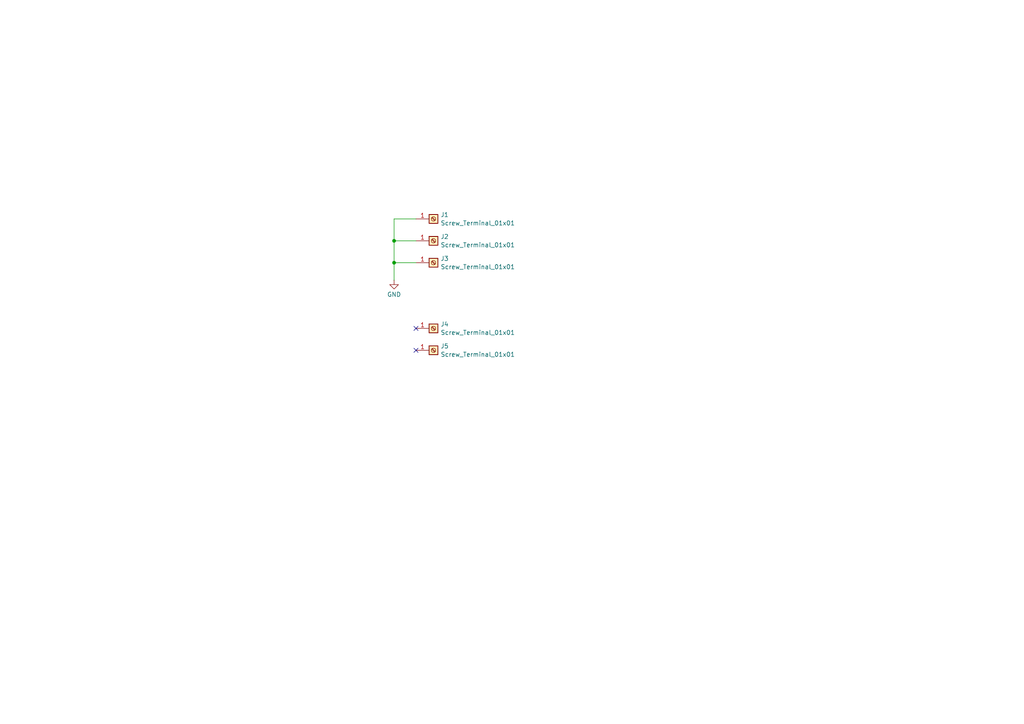
<source format=kicad_sch>
(kicad_sch (version 20231120) (generator "eeschema") (generator_version "8.0")
  (paper "A4")
  (lib_symbols
    (symbol "Connector:Screw_Terminal_01x01" (pin_names (offset 1.016) hide)
      (property "Reference" "J" (at 0 2.54 0))
      (property "Value" "Screw_Terminal_01x01" (at 0 -2.54 0))
      (symbol "Screw_Terminal_01x01_1_1"
        (rectangle (start -1.27 1.27) (end 1.27 -1.27) (stroke (width 0.254)) (fill (type background)))
        (polyline (pts (xy -0.5334 0.3302) (xy 0.3302 -0.508)) (stroke (width 0.1524)))
        (polyline (pts (xy -0.3556 0.508) (xy 0.508 -0.3302)) (stroke (width 0.1524)))
        (circle (center 0 0) (radius 0.635) (stroke (width 0.1524)))
        (pin passive line (at -5.08 0 0) (length 3.81) (name "Pin_1") (number "1"))
      )
    )
    (symbol "power:GND" (power) (pin_numbers hide) (pin_names (offset 0) hide)
      (property "Value" "GND" (at 0 -3.81 0))
      (symbol "GND_0_1"
        (polyline (pts (xy 0 0) (xy 0 -1.27) (xy 1.27 -1.27) (xy 0 -2.54) (xy -1.27 -1.27) (xy 0 -1.27)))
      )
      (symbol "GND_1_1"
        (pin power_in line (at 0 0 270) (length 0) (name "~") (number "1"))
      )
    )
  )
  (junction (at 114.3 69.85))
  (junction (at 114.3 76.2))
  (no_connect (at 120.65 101.6))
  (no_connect (at 120.65 95.25))
  (wire (pts (xy 114.3 63.5) (xy 120.65 63.5)))
  (wire (pts (xy 114.3 76.2) (xy 120.65 76.2)))
  (wire (pts (xy 114.3 76.2) (xy 114.3 69.85)))
  (wire (pts (xy 114.3 69.85) (xy 114.3 63.5)))
  (wire (pts (xy 114.3 81.28) (xy 114.3 76.2)))
  (wire (pts (xy 114.3 69.85) (xy 120.65 69.85)))
  (symbol (lib_id "Connector:Screw_Terminal_01x01") (at 125.73 101.6 0) (unit 1)
    (property "Reference" "J5" (at 127.762 100.3878 0) (effects (justify left)))
    (property "Value" "Screw_Terminal_01x01" (at 127.762 102.8121 0) (effects (justify left)))
    (property "Footprint" "Custom_FP:Wider_M3" (effects (hide yes)))
    (property "Description" "Generic screw terminal, single row, 01x01, script generated (kicad-library-utils/schlib/autogen/connector/)" (effects (hide yes)))
  )
  (symbol (lib_id "power:GND") (at 114.3 81.28 0) (unit 1)
    (property "Reference" "#PWR01" (effects (hide yes)))
    (property "Value" "GND" (at 114.3 85.4131 0))
    (property "Description" "Power symbol creates a global label with name \"GND\" , ground" (effects (hide yes)))
  )
  (symbol (lib_id "Connector:Screw_Terminal_01x01") (at 125.73 95.25 0) (unit 1)
    (property "Reference" "J4" (at 127.762 94.0378 0) (effects (justify left)))
    (property "Value" "Screw_Terminal_01x01" (at 127.762 96.4621 0) (effects (justify left)))
    (property "Footprint" "Custom_FP:Wider_M3" (effects (hide yes)))
    (property "Description" "Generic screw terminal, single row, 01x01, script generated (kicad-library-utils/schlib/autogen/connector/)" (effects (hide yes)))
  )
  (symbol (lib_id "Connector:Screw_Terminal_01x01") (at 125.73 69.85 0) (unit 1)
    (property "Reference" "J2" (at 127.762 68.6378 0) (effects (justify left)))
    (property "Value" "Screw_Terminal_01x01" (at 127.762 71.0621 0) (effects (justify left)))
    (property "Footprint" "Custom_FP:JackHole_3.5mm" (effects (hide yes)))
    (property "Description" "Generic screw terminal, single row, 01x01, script generated (kicad-library-utils/schlib/autogen/connector/)" (effects (hide yes)))
  )
  (symbol (lib_id "Connector:Screw_Terminal_01x01") (at 125.73 63.5 0) (unit 1)
    (property "Reference" "J1" (at 127.762 62.2878 0) (effects (justify left)))
    (property "Value" "Screw_Terminal_01x01" (at 127.762 64.7121 0) (effects (justify left)))
    (property "Footprint" "Custom_FP:JackHole_3.5mm" (effects (hide yes)))
    (property "Description" "Generic screw terminal, single row, 01x01, script generated (kicad-library-utils/schlib/autogen/connector/)" (effects (hide yes)))
  )
  (symbol (lib_id "Connector:Screw_Terminal_01x01") (at 125.73 76.2 0) (unit 1)
    (property "Reference" "J3" (at 127.762 74.9878 0) (effects (justify left)))
    (property "Value" "Screw_Terminal_01x01" (at 127.762 77.4121 0) (effects (justify left)))
    (property "Footprint" "Custom_FP:JackHole_3.5mm" (effects (hide yes)))
    (property "Description" "Generic screw terminal, single row, 01x01, script generated (kicad-library-utils/schlib/autogen/connector/)" (effects (hide yes)))
  )
)
</source>
